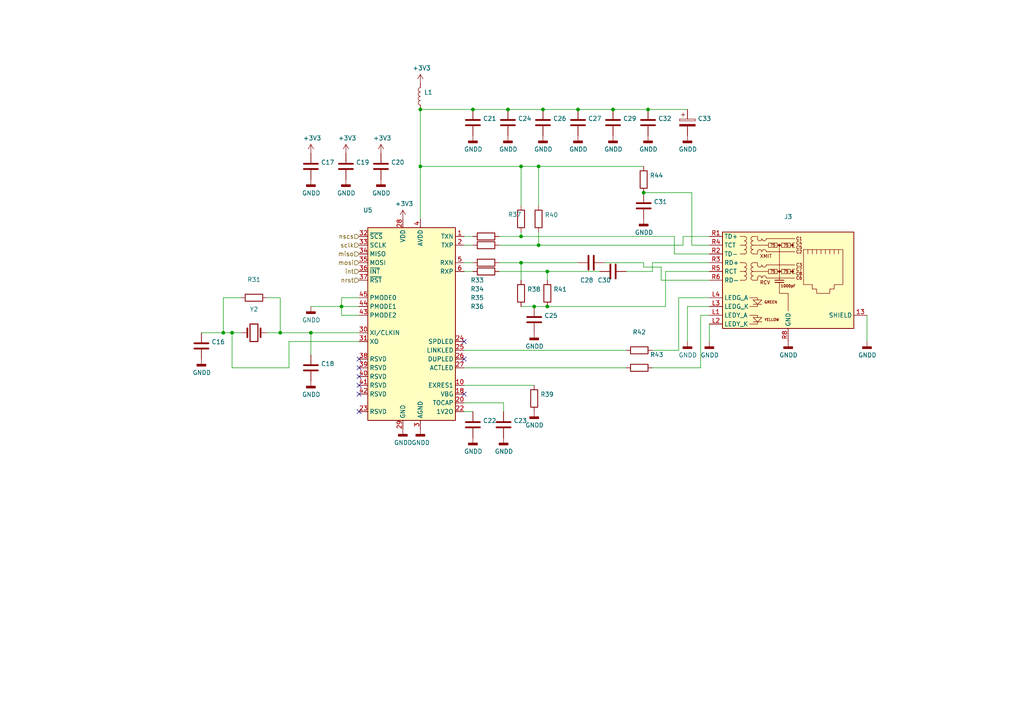
<source format=kicad_sch>
(kicad_sch (version 20211123) (generator eeschema)
  (paper "A4")
  (lib_symbols
    (symbol "Connector:RJ45_Amphenol_RJMG1BD3B8K1ANR"
      (property "Reference" "J" (at 19.05 15.24 0))
      (property "Value" "RJ45_Amphenol_RJMG1BD3B8K1ANR" (at -19.05 15.24 0))
      (symbol "RJ45_Amphenol_RJMG1BD3B8K1ANR_0_0"
        (circle (center -2.54 2.54) (radius 0.254) (stroke (width 0.254)) (fill (type outline)))
        (circle (center -2.54 10.16) (radius 0.254) (stroke (width 0.254)) (fill (type outline)))
        (polyline (pts (xy -7.62 -12.065) (xy -10.16 -12.065)))
        (polyline (pts (xy -7.62 -6.985) (xy -10.16 -6.985)))
        (polyline (pts (xy -2.54 10.16) (xy -2.54 0)))
        (polyline (pts (xy -1.27 -0.635) (xy -3.81 -0.635)) (stroke (width 0.254)))
        (polyline (pts (xy -1.27 0) (xy -3.81 0)) (stroke (width 0.254)))
        (polyline (pts (xy 1.27 2.54) (xy 0.635 2.54)))
        (polyline (pts (xy 1.27 10.16) (xy 0.635 10.16)))
        (polyline (pts (xy -11.176 -12.7) (xy -8.89 -12.7) (xy -8.89 -12.065)))
        (polyline (pts (xy -11.176 -10.16) (xy -8.89 -10.16) (xy -8.89 -10.795)))
        (polyline (pts (xy -11.176 -5.08) (xy -8.89 -5.08) (xy -8.89 -5.715)))
        (polyline (pts (xy -8.89 -6.985) (xy -8.89 -7.62) (xy -11.176 -7.62)))
        (polyline (pts (xy -10.16 -5.715) (xy -7.62 -5.715) (xy -8.89 -6.985) (xy -10.16 -5.715)))
        (polyline (pts (xy -7.62 -10.795) (xy -10.16 -10.795) (xy -8.89 -12.065) (xy -7.62 -10.795)))
        (polyline (pts (xy -2.54 -0.635) (xy -2.54 -3.81) (xy 0 -3.81) (xy 0 -8.89)))
        (polyline (pts (xy 1.905 3.175) (xy 1.27 3.175) (xy 1.27 1.905) (xy 1.905 1.905)))
        (polyline (pts (xy 1.905 10.795) (xy 1.27 10.795) (xy 1.27 9.525) (xy 1.905 9.525)))
        (circle (center 1.27 2.54) (radius 0.254) (stroke (width 0.254)) (fill (type outline)))
        (circle (center 1.27 10.16) (radius 0.254) (stroke (width 0.254)) (fill (type outline)))
        (text "1000pF" (at 0 -1.651 0) (effects (font (size 0.762 0.762))))
        (text "75" (at -4.445 2.54 0) (effects (font (size 0.762 0.762))))
        (text "75" (at -4.445 10.16 0) (effects (font (size 0.762 0.762))))
        (text "75" (at -0.635 2.54 0) (effects (font (size 0.762 0.762))))
        (text "75" (at -0.635 10.16 0) (effects (font (size 0.762 0.762))))
        (text "C1" (at 3.175 12.065 0) (effects (font (size 0.889 0.889))))
        (text "C2" (at 3.175 8.255 0) (effects (font (size 0.889 0.889))))
        (text "C3" (at 3.175 4.445 0) (effects (font (size 0.889 0.889))))
        (text "C4" (at 3.175 10.795 0) (effects (font (size 0.889 0.889))))
        (text "C5" (at 3.175 9.525 0) (effects (font (size 0.889 0.889))))
        (text "C6" (at 3.175 0.635 0) (effects (font (size 0.889 0.889))))
        (text "C7" (at 3.175 3.175 0) (effects (font (size 0.889 0.889))))
        (text "C8" (at 3.175 1.905 0) (effects (font (size 0.889 0.889))))
        (text "GREEN" (at -6.985 -6.35 0) (effects (font (size 0.762 0.762)) (justify left)))
        (text "RCV" (at -8.255 -0.635 0) (effects (font (size 1.016 1.016)) (justify left)))
        (text "XMIT" (at -8.255 6.985 0) (effects (font (size 1.016 1.016)) (justify left)))
        (text "YELLOW" (at -6.985 -11.43 0) (effects (font (size 0.762 0.762)) (justify left)))
      )
      (symbol "RJ45_Amphenol_RJMG1BD3B8K1ANR_0_1"
        (rectangle (start -19.05 -13.97) (end 19.05 13.97) (stroke (width 0.254)) (fill (type background)))
        (arc (start -12.7 0) (mid -12.065 0.635) (end -12.7 1.27))
        (arc (start -12.7 1.27) (mid -12.065 1.905) (end -12.7 2.54))
        (arc (start -12.7 2.54) (mid -12.065 3.175) (end -12.7 3.81))
        (arc (start -12.7 3.81) (mid -12.065 4.445) (end -12.7 5.08))
        (arc (start -12.7 7.62) (mid -12.065 8.255) (end -12.7 8.89))
        (arc (start -12.7 8.89) (mid -12.065 9.525) (end -12.7 10.16))
        (arc (start -12.7 10.16) (mid -12.065 10.795) (end -12.7 11.43))
        (arc (start -12.7 11.43) (mid -12.065 12.065) (end -12.7 12.7))
        (arc (start -10.16 1.27) (mid -10.795 0.635) (end -10.16 0))
        (arc (start -10.16 2.54) (mid -10.795 1.905) (end -10.16 1.27))
        (arc (start -10.16 3.81) (mid -10.795 3.175) (end -10.16 2.54))
        (arc (start -10.16 5.08) (mid -10.795 4.445) (end -10.16 3.81))
        (arc (start -10.16 8.89) (mid -10.795 8.255) (end -10.16 7.62))
        (arc (start -10.16 10.16) (mid -10.795 9.525) (end -10.16 8.89))
        (arc (start -10.16 11.43) (mid -10.795 10.795) (end -10.16 10.16))
        (arc (start -10.16 12.7) (mid -10.795 12.065) (end -10.16 11.43))
        (arc (start -8.89 4.445) (mid -8.255 3.81) (end -7.62 4.445))
        (arc (start -8.89 12.065) (mid -8.255 11.43) (end -7.62 12.065))
        (arc (start -7.62 0.635) (mid -8.255 1.27) (end -8.89 0.635))
        (arc (start -7.62 4.445) (mid -6.985 3.81) (end -6.35 4.445))
        (arc (start -7.62 8.255) (mid -8.255 8.89) (end -8.89 8.255))
        (arc (start -7.62 12.065) (mid -6.985 11.43) (end -6.35 12.065))
        (arc (start -6.35 0.635) (mid -6.985 1.27) (end -7.62 0.635))
        (arc (start -6.35 8.255) (mid -6.985 8.89) (end -7.62 8.255))
        (rectangle (start -5.715 3.175) (end -3.175 1.905))
        (rectangle (start -5.715 10.795) (end -3.175 9.525))
        (rectangle (start -1.905 3.175) (end 0.635 1.905))
        (rectangle (start -1.905 10.795) (end 0.635 9.525))
        (polyline (pts (xy -12.7 0) (xy -13.97 0)))
        (polyline (pts (xy -12.7 2.54) (xy -13.97 2.54)))
        (polyline (pts (xy -12.7 5.08) (xy -13.97 5.08)))
        (polyline (pts (xy -12.7 7.62) (xy -13.97 7.62)))
        (polyline (pts (xy -12.7 10.16) (xy -13.97 10.16)))
        (polyline (pts (xy -12.7 12.7) (xy -13.97 12.7)))
        (polyline (pts (xy -6.35 0.635) (xy 1.905 0.635)))
        (polyline (pts (xy -6.35 4.445) (xy 1.905 4.445)))
        (polyline (pts (xy -6.35 8.255) (xy 1.905 8.255)))
        (polyline (pts (xy -6.35 12.065) (xy 1.905 12.065)))
        (polyline (pts (xy -5.715 2.54) (xy -10.16 2.54)))
        (polyline (pts (xy -5.715 10.16) (xy -10.16 10.16)))
        (polyline (pts (xy -3.175 2.54) (xy -1.905 2.54)))
        (polyline (pts (xy -3.175 10.16) (xy -1.905 10.16)))
        (polyline (pts (xy 5.715 7.62) (xy 5.715 8.89)))
        (polyline (pts (xy 6.985 8.89) (xy 6.985 7.62)))
        (polyline (pts (xy 8.255 8.89) (xy 8.255 7.62)))
        (polyline (pts (xy 9.525 8.89) (xy 9.525 7.62)))
        (polyline (pts (xy 10.795 8.89) (xy 10.795 7.62)))
        (polyline (pts (xy 12.065 8.89) (xy 12.065 7.62)))
        (polyline (pts (xy 13.335 7.62) (xy 13.335 8.89)))
        (polyline (pts (xy 14.605 7.62) (xy 14.605 8.89)))
        (polyline (pts (xy -10.16 5.08) (xy -8.89 5.08) (xy -8.89 4.445)))
        (polyline (pts (xy -10.16 12.7) (xy -8.89 12.7) (xy -8.89 12.065)))
        (polyline (pts (xy -8.89 0.635) (xy -8.89 0) (xy -10.16 0)))
        (polyline (pts (xy -8.89 8.255) (xy -8.89 7.62) (xy -10.16 7.62)))
        (polyline (pts (xy 4.445 8.89) (xy 15.875 8.89) (xy 15.875 -1.27) (xy 13.335 -1.27) (xy 13.335 -2.54) (xy 12.065 -2.54) (xy 12.065 -3.81) (xy 8.255 -3.81) (xy 8.255 -2.54) (xy 6.985 -2.54) (xy 6.985 -1.27) (xy 4.445 -1.27) (xy 4.445 8.89)))
      )
      (symbol "RJ45_Amphenol_RJMG1BD3B8K1ANR_1_1"
        (pin passive line (at 22.86 -10.16 180) (length 3.81) (name "SHIELD") (number "13"))
        (pin passive line (at -22.86 -10.16 0) (length 3.81) (name "LEDY_A") (number "L1"))
        (pin passive line (at -22.86 -12.7 0) (length 3.81) (name "LEDY_K") (number "L2"))
        (pin passive line (at -22.86 -7.62 0) (length 3.81) (name "LEDG_K") (number "L3"))
        (pin passive line (at -22.86 -5.08 0) (length 3.81) (name "LEDG_A") (number "L4"))
        (pin passive line (at -22.86 12.7 0) (length 3.81) (name "TD+") (number "R1"))
        (pin passive line (at -22.86 7.62 0) (length 3.81) (name "TD-") (number "R2"))
        (pin passive line (at -22.86 5.08 0) (length 3.81) (name "RD+") (number "R3"))
        (pin passive line (at -22.86 10.16 0) (length 3.81) (name "TCT") (number "R4"))
        (pin passive line (at -22.86 2.54 0) (length 3.81) (name "RCT") (number "R5"))
        (pin passive line (at -22.86 0 0) (length 3.81) (name "RD-") (number "R6"))
        (pin no_connect line (at 5.08 -5.08 0) (length 0) hide (name "NC") (number "R7"))
        (pin power_in line (at 0 -17.78 90) (length 3.81) (name "GND") (number "R8"))
      )
    )
    (symbol "Device:C" (pin_numbers hide) (pin_names (offset 0.254))
      (property "Reference" "C" (at 0.635 2.54 0))
      (property "Value" "C" (at 0.635 -2.54 0))
      (symbol "C_0_1"
        (polyline (pts (xy -2.032 -0.762) (xy 2.032 -0.762)) (stroke (width 0.508)))
        (polyline (pts (xy -2.032 0.762) (xy 2.032 0.762)) (stroke (width 0.508)))
      )
      (symbol "C_1_1"
        (pin passive line (at 0 3.81 270) (length 2.794) (name "~") (number "1"))
        (pin passive line (at 0 -3.81 90) (length 2.794) (name "~") (number "2"))
      )
    )
    (symbol "Device:C_Polarized" (pin_numbers hide) (pin_names (offset 0.254))
      (property "Reference" "C" (at 0.635 2.54 0))
      (property "Value" "C_Polarized" (at 0.635 -2.54 0))
      (symbol "C_Polarized_0_1"
        (rectangle (start -2.286 0.508) (end 2.286 1.016))
        (polyline (pts (xy -1.778 2.286) (xy -0.762 2.286)))
        (polyline (pts (xy -1.27 2.794) (xy -1.27 1.778)))
        (rectangle (start 2.286 -0.508) (end -2.286 -1.016) (fill (type outline)))
      )
      (symbol "C_Polarized_1_1"
        (pin passive line (at 0 3.81 270) (length 2.794) (name "~") (number "1"))
        (pin passive line (at 0 -3.81 90) (length 2.794) (name "~") (number "2"))
      )
    )
    (symbol "Device:Crystal" (pin_numbers hide) (pin_names (offset 1.016) hide)
      (property "Reference" "Y" (at 0 3.81 0))
      (property "Value" "Crystal" (at 0 -3.81 0))
      (symbol "Crystal_0_1"
        (rectangle (start -1.143 2.54) (end 1.143 -2.54) (stroke (width 0.3048)))
        (polyline (pts (xy -2.54 0) (xy -1.905 0)))
        (polyline (pts (xy -1.905 -1.27) (xy -1.905 1.27)) (stroke (width 0.508)))
        (polyline (pts (xy 1.905 -1.27) (xy 1.905 1.27)) (stroke (width 0.508)))
        (polyline (pts (xy 2.54 0) (xy 1.905 0)))
      )
      (symbol "Crystal_1_1"
        (pin passive line (at -3.81 0 0) (length 1.27) (name "1") (number "1"))
        (pin passive line (at 3.81 0 180) (length 1.27) (name "2") (number "2"))
      )
    )
    (symbol "Device:L" (pin_numbers hide) (pin_names (offset 1.016) hide)
      (property "Reference" "L" (at -1.27 0 90))
      (property "Value" "L" (at 1.905 0 90))
      (symbol "L_0_1"
        (arc (start 0 -2.54) (mid 0.635 -1.905) (end 0 -1.27))
        (arc (start 0 -1.27) (mid 0.635 -0.635) (end 0 0))
        (arc (start 0 0) (mid 0.635 0.635) (end 0 1.27))
        (arc (start 0 1.27) (mid 0.635 1.905) (end 0 2.54))
      )
      (symbol "L_1_1"
        (pin passive line (at 0 3.81 270) (length 1.27) (name "1") (number "1"))
        (pin passive line (at 0 -3.81 90) (length 1.27) (name "2") (number "2"))
      )
    )
    (symbol "Device:R" (pin_numbers hide) (pin_names (offset 0))
      (property "Reference" "R" (at 2.032 0 90))
      (property "Value" "R" (at 0 0 90))
      (symbol "R_0_1"
        (rectangle (start -1.016 -2.54) (end 1.016 2.54) (stroke (width 0.254)))
      )
      (symbol "R_1_1"
        (pin passive line (at 0 3.81 270) (length 1.27) (name "~") (number "1"))
        (pin passive line (at 0 -3.81 90) (length 1.27) (name "~") (number "2"))
      )
    )
    (symbol "Interface_Ethernet:W5500"
      (property "Reference" "U" (at -11.43 29.21 0))
      (property "Value" "W5500" (at 8.89 29.21 0))
      (symbol "W5500_0_1"
        (rectangle (start -12.7 27.94) (end 12.7 -27.94) (stroke (width 0.254)) (fill (type background)))
      )
      (symbol "W5500_1_1"
        (pin output line (at 15.24 25.4 180) (length 2.54) (name "TXN") (number "1"))
        (pin passive line (at 15.24 -17.78 180) (length 2.54) (name "EXRES1") (number "10"))
        (pin passive line (at 2.54 30.48 270) (length 2.54) hide (name "AVDD") (number "11"))
        (pin no_connect line (at 12.7 7.62 180) (length 2.54) hide (name "NC") (number "12"))
        (pin no_connect line (at 12.7 5.08 180) (length 2.54) hide (name "NC") (number "13"))
        (pin passive line (at 2.54 -30.48 90) (length 2.54) hide (name "AGND") (number "14"))
        (pin passive line (at 2.54 30.48 270) (length 2.54) hide (name "AVDD") (number "15"))
        (pin passive line (at 2.54 -30.48 90) (length 2.54) hide (name "AGND") (number "16"))
        (pin passive line (at 2.54 30.48 270) (length 2.54) hide (name "AVDD") (number "17"))
        (pin passive line (at 15.24 -20.32 180) (length 2.54) (name "VBG") (number "18"))
        (pin passive line (at 2.54 -30.48 90) (length 2.54) hide (name "AGND") (number "19"))
        (pin output line (at 15.24 22.86 180) (length 2.54) (name "TXP") (number "2"))
        (pin passive line (at 15.24 -22.86 180) (length 2.54) (name "TOCAP") (number "20"))
        (pin passive line (at 2.54 30.48 270) (length 2.54) hide (name "AVDD") (number "21"))
        (pin output line (at 15.24 -25.4 180) (length 2.54) (name "1V2O") (number "22"))
        (pin input line (at -15.24 -25.4 0) (length 2.54) (name "RSVD") (number "23"))
        (pin output line (at 15.24 -5.08 180) (length 2.54) (name "SPDLED") (number "24"))
        (pin output line (at 15.24 -7.62 180) (length 2.54) (name "LINKLED") (number "25"))
        (pin output line (at 15.24 -10.16 180) (length 2.54) (name "DUPLED") (number "26"))
        (pin output line (at 15.24 -12.7 180) (length 2.54) (name "ACTLED") (number "27"))
        (pin power_in line (at -2.54 30.48 270) (length 2.54) (name "VDD") (number "28"))
        (pin power_in line (at -2.54 -30.48 90) (length 2.54) (name "GND") (number "29"))
        (pin power_in line (at 2.54 -30.48 90) (length 2.54) (name "AGND") (number "3"))
        (pin input line (at -15.24 -2.54 0) (length 2.54) (name "XI/CLKIN") (number "30"))
        (pin output line (at -15.24 -5.08 0) (length 2.54) (name "XO") (number "31"))
        (pin input line (at -15.24 25.4 0) (length 2.54) (name "~{SCS}") (number "32"))
        (pin input line (at -15.24 22.86 0) (length 2.54) (name "SCLK") (number "33"))
        (pin output line (at -15.24 20.32 0) (length 2.54) (name "MISO") (number "34"))
        (pin input line (at -15.24 17.78 0) (length 2.54) (name "MOSI") (number "35"))
        (pin input line (at -15.24 15.24 0) (length 2.54) (name "~{INT}") (number "36"))
        (pin input line (at -15.24 12.7 0) (length 2.54) (name "~{RST}") (number "37"))
        (pin input line (at -15.24 -10.16 0) (length 2.54) (name "RSVD") (number "38"))
        (pin input line (at -15.24 -12.7 0) (length 2.54) (name "RSVD") (number "39"))
        (pin power_in line (at 2.54 30.48 270) (length 2.54) (name "AVDD") (number "4"))
        (pin input line (at -15.24 -15.24 0) (length 2.54) (name "RSVD") (number "40"))
        (pin input line (at -15.24 -17.78 0) (length 2.54) (name "RSVD") (number "41"))
        (pin input line (at -15.24 -20.32 0) (length 2.54) (name "RSVD") (number "42"))
        (pin input line (at -15.24 2.54 0) (length 2.54) (name "PMODE2") (number "43"))
        (pin input line (at -15.24 5.08 0) (length 2.54) (name "PMODE1") (number "44"))
        (pin input line (at -15.24 7.62 0) (length 2.54) (name "PMODE0") (number "45"))
        (pin no_connect line (at 12.7 2.54 180) (length 2.54) hide (name "NC") (number "46"))
        (pin no_connect line (at 12.7 0 180) (length 2.54) hide (name "NC") (number "47"))
        (pin passive line (at 2.54 -30.48 90) (length 2.54) hide (name "AGND") (number "48"))
        (pin input line (at 15.24 17.78 180) (length 2.54) (name "RXN") (number "5"))
        (pin input line (at 15.24 15.24 180) (length 2.54) (name "RXP") (number "6"))
        (pin no_connect line (at 12.7 10.16 180) (length 2.54) hide (name "DNC") (number "7"))
        (pin passive line (at 2.54 30.48 270) (length 2.54) hide (name "AVDD") (number "8"))
        (pin passive line (at 2.54 -30.48 90) (length 2.54) hide (name "AGND") (number "9"))
      )
    )
    (symbol "power:+3.3V" (power) (pin_names (offset 0))
      (property "Value" "+3.3V" (at 0 3.556 0))
      (symbol "+3.3V_0_1"
        (polyline (pts (xy -0.762 1.27) (xy 0 2.54)))
        (polyline (pts (xy 0 0) (xy 0 2.54)))
        (polyline (pts (xy 0 2.54) (xy 0.762 1.27)))
      )
      (symbol "+3.3V_1_1"
        (pin power_in line (at 0 0 90) (length 0) hide (name "+3V3") (number "1"))
      )
    )
    (symbol "power:GNDD" (power) (pin_names (offset 0))
      (property "Value" "GNDD" (at 0 -3.175 0))
      (symbol "GNDD_0_1"
        (rectangle (start -1.27 -1.524) (end 1.27 -2.032) (stroke (width 0.254)) (fill (type outline)))
        (polyline (pts (xy 0 0) (xy 0 -1.524)))
      )
      (symbol "GNDD_1_1"
        (pin power_in line (at 0 0 270) (length 0) hide (name "GNDD") (number "1"))
      )
    )
  )
  (junction (at 158.75 78.74))
  (junction (at 137.16 31.75))
  (junction (at 186.69 55.88))
  (junction (at 151.13 48.26))
  (junction (at 151.13 76.2))
  (junction (at 67.31 96.52))
  (junction (at 167.64 31.75))
  (junction (at 187.96 31.75))
  (junction (at 156.21 48.26))
  (junction (at 81.28 96.52))
  (junction (at 121.92 48.26))
  (junction (at 177.8 31.75))
  (junction (at 157.48 31.75))
  (junction (at 147.32 31.75))
  (junction (at 64.77 96.52))
  (junction (at 99.06 88.9))
  (junction (at 121.92 31.75))
  (junction (at 154.94 88.9))
  (junction (at 90.17 96.52))
  (junction (at 156.21 71.12))
  (junction (at 151.13 68.58))
  (junction (at 158.75 88.9))
  (no_connect (at 134.62 114.3))
  (no_connect (at 104.14 119.38))
  (no_connect (at 104.14 111.76))
  (no_connect (at 134.62 99.06))
  (no_connect (at 104.14 106.68))
  (no_connect (at 134.62 104.14))
  (no_connect (at 104.14 104.14))
  (no_connect (at 104.14 109.22))
  (no_connect (at 104.14 114.3))
  (wire (pts (xy 158.75 81.28) (xy 158.75 78.74)))
  (wire (pts (xy 144.78 71.12) (xy 156.21 71.12)))
  (wire (pts (xy 186.69 48.26) (xy 156.21 48.26)))
  (wire (pts (xy 200.66 71.12) (xy 200.66 55.88)))
  (wire (pts (xy 151.13 68.58) (xy 151.13 67.31)))
  (wire (pts (xy 134.62 106.68) (xy 181.61 106.68)))
  (wire (pts (xy 90.17 96.52) (xy 104.14 96.52)))
  (wire (pts (xy 157.48 31.75) (xy 147.32 31.75)))
  (wire (pts (xy 195.58 68.58) (xy 195.58 73.66)))
  (wire (pts (xy 189.23 76.2) (xy 205.74 76.2)))
  (wire (pts (xy 186.69 77.47) (xy 186.69 76.2)))
  (wire (pts (xy 187.96 31.75) (xy 177.8 31.75)))
  (wire (pts (xy 181.61 78.74) (xy 189.23 78.74)))
  (wire (pts (xy 99.06 88.9) (xy 99.06 91.44)))
  (wire (pts (xy 81.28 96.52) (xy 90.17 96.52)))
  (wire (pts (xy 177.8 31.75) (xy 167.64 31.75)))
  (wire (pts (xy 203.2 91.44) (xy 203.2 106.68)))
  (wire (pts (xy 64.77 96.52) (xy 67.31 96.52)))
  (wire (pts (xy 69.85 86.36) (xy 64.77 86.36)))
  (wire (pts (xy 83.82 106.68) (xy 67.31 106.68)))
  (wire (pts (xy 151.13 88.9) (xy 154.94 88.9)))
  (wire (pts (xy 134.62 116.84) (xy 146.05 116.84)))
  (wire (pts (xy 191.77 81.28) (xy 191.77 77.47)))
  (wire (pts (xy 144.78 76.2) (xy 151.13 76.2)))
  (wire (pts (xy 156.21 59.69) (xy 156.21 48.26)))
  (wire (pts (xy 156.21 71.12) (xy 156.21 67.31)))
  (wire (pts (xy 77.47 96.52) (xy 81.28 96.52)))
  (wire (pts (xy 205.74 81.28) (xy 191.77 81.28)))
  (wire (pts (xy 83.82 99.06) (xy 104.14 99.06)))
  (wire (pts (xy 195.58 73.66) (xy 205.74 73.66)))
  (wire (pts (xy 134.62 111.76) (xy 154.94 111.76)))
  (wire (pts (xy 67.31 106.68) (xy 67.31 96.52)))
  (wire (pts (xy 134.62 71.12) (xy 137.16 71.12)))
  (wire (pts (xy 196.85 101.6) (xy 189.23 101.6)))
  (wire (pts (xy 175.26 76.2) (xy 186.69 76.2)))
  (wire (pts (xy 134.62 68.58) (xy 137.16 68.58)))
  (wire (pts (xy 99.06 88.9) (xy 104.14 88.9)))
  (wire (pts (xy 83.82 99.06) (xy 83.82 106.68)))
  (wire (pts (xy 134.62 78.74) (xy 137.16 78.74)))
  (wire (pts (xy 203.2 106.68) (xy 189.23 106.68)))
  (wire (pts (xy 90.17 102.87) (xy 90.17 96.52)))
  (wire (pts (xy 189.23 78.74) (xy 189.23 76.2)))
  (wire (pts (xy 104.14 86.36) (xy 99.06 86.36)))
  (wire (pts (xy 121.92 31.75) (xy 121.92 48.26)))
  (wire (pts (xy 151.13 59.69) (xy 151.13 48.26)))
  (wire (pts (xy 193.04 88.9) (xy 193.04 78.74)))
  (wire (pts (xy 191.77 77.47) (xy 186.69 77.47)))
  (wire (pts (xy 200.66 55.88) (xy 186.69 55.88)))
  (wire (pts (xy 81.28 86.36) (xy 81.28 96.52)))
  (wire (pts (xy 134.62 76.2) (xy 137.16 76.2)))
  (wire (pts (xy 198.12 71.12) (xy 198.12 68.58)))
  (wire (pts (xy 205.74 91.44) (xy 203.2 91.44)))
  (wire (pts (xy 77.47 86.36) (xy 81.28 86.36)))
  (wire (pts (xy 99.06 86.36) (xy 99.06 88.9)))
  (wire (pts (xy 151.13 76.2) (xy 167.64 76.2)))
  (wire (pts (xy 205.74 93.98) (xy 205.74 99.06)))
  (wire (pts (xy 158.75 88.9) (xy 193.04 88.9)))
  (wire (pts (xy 121.92 48.26) (xy 121.92 63.5)))
  (wire (pts (xy 90.17 88.9) (xy 99.06 88.9)))
  (wire (pts (xy 64.77 86.36) (xy 64.77 96.52)))
  (wire (pts (xy 121.92 48.26) (xy 151.13 48.26)))
  (wire (pts (xy 154.94 88.9) (xy 158.75 88.9)))
  (wire (pts (xy 134.62 101.6) (xy 181.61 101.6)))
  (wire (pts (xy 205.74 88.9) (xy 199.39 88.9)))
  (wire (pts (xy 199.39 31.75) (xy 187.96 31.75)))
  (wire (pts (xy 199.39 88.9) (xy 199.39 99.06)))
  (wire (pts (xy 151.13 48.26) (xy 156.21 48.26)))
  (wire (pts (xy 134.62 119.38) (xy 137.16 119.38)))
  (wire (pts (xy 67.31 96.52) (xy 69.85 96.52)))
  (wire (pts (xy 158.75 78.74) (xy 173.99 78.74)))
  (wire (pts (xy 167.64 31.75) (xy 157.48 31.75)))
  (wire (pts (xy 144.78 68.58) (xy 151.13 68.58)))
  (wire (pts (xy 151.13 68.58) (xy 195.58 68.58)))
  (wire (pts (xy 196.85 86.36) (xy 196.85 101.6)))
  (wire (pts (xy 144.78 78.74) (xy 158.75 78.74)))
  (wire (pts (xy 137.16 31.75) (xy 121.92 31.75)))
  (wire (pts (xy 193.04 78.74) (xy 205.74 78.74)))
  (wire (pts (xy 251.46 99.06) (xy 251.46 91.44)))
  (wire (pts (xy 156.21 71.12) (xy 198.12 71.12)))
  (wire (pts (xy 146.05 116.84) (xy 146.05 119.38)))
  (wire (pts (xy 147.32 31.75) (xy 137.16 31.75)))
  (wire (pts (xy 58.42 96.52) (xy 64.77 96.52)))
  (wire (pts (xy 151.13 81.28) (xy 151.13 76.2)))
  (wire (pts (xy 205.74 86.36) (xy 196.85 86.36)))
  (wire (pts (xy 104.14 91.44) (xy 99.06 91.44)))
  (wire (pts (xy 205.74 71.12) (xy 200.66 71.12)))
  (wire (pts (xy 198.12 68.58) (xy 205.74 68.58)))
  (hierarchical_label "nrst" (shape input) (at 104.14 81.28 180))
  (hierarchical_label "nscs" (shape input) (at 104.14 68.58 180))
  (hierarchical_label "sclk" (shape input) (at 104.14 71.12 180))
  (hierarchical_label "int" (shape input) (at 104.14 78.74 180))
  (hierarchical_label "mosi" (shape input) (at 104.14 76.2 180))
  (hierarchical_label "miso" (shape input) (at 104.14 73.66 180))
  (symbol (lib_id "Interface_Ethernet:W5500") (at 119.38 93.98 0) (unit 1)
    (property "Reference" "U5" (at 106.68 60.96 0))
    (property "Datasheet" "http://wizwiki.net/wiki/lib/exe/fetch.php/products:w5500:w5500_ds_v109e.pdf" (effects hide))
  )
  (symbol (lib_id "Device:R") (at 140.97 68.58 270) (unit 1)
    (property "Reference" "R33" (at 138.43 81.28 90))
  )
  (symbol (lib_id "Device:R") (at 140.97 71.12 270) (unit 1)
    (property "Reference" "R34" (at 138.43 83.82 90))
  )
  (symbol (lib_id "Device:R") (at 140.97 76.2 270) (unit 1)
    (property "Reference" "R35" (at 138.43 86.36 90))
  )
  (symbol (lib_id "Device:R") (at 140.97 78.74 270) (unit 1)
    (property "Reference" "R36" (at 138.43 88.9 90))
  )
  (symbol (lib_id "Device:R") (at 151.13 63.5 0) (unit 1)
    (property "Reference" "R37" (at 147.32 62.23 0) (effects (justify left)))
  )
  (symbol (lib_id "Device:R") (at 186.69 52.07 0) (unit 1)
    (property "Reference" "R44" (at 188.468 50.9016 0) (effects (justify left)))
  )
  (symbol (lib_id "Device:R") (at 156.21 63.5 0) (unit 1)
    (property "Reference" "R40" (at 157.988 62.3316 0) (effects (justify left)))
  )
  (symbol (lib_id "Device:C") (at 186.69 59.69 0) (unit 1)
    (property "Reference" "C31" (at 189.611 58.5216 0) (effects (justify left)))
  )
  (symbol (lib_id "Connector:RJ45_Amphenol_RJMG1BD3B8K1ANR") (at 228.6 81.28 0) (unit 1)
    (property "Reference" "J3" (at 228.6 62.865 0))
    (property "Datasheet" "https://www.amphenolcanada.com/ProductSearch/Drawings/AC/RJMG1BD3B8K1ANR.PDF" (effects hide))
  )
  (symbol (lib_id "Device:C") (at 171.45 76.2 270) (unit 1)
    (property "Reference" "C28" (at 170.18 81.28 90))
  )
  (symbol (lib_id "Device:C") (at 177.8 78.74 270) (unit 1)
    (property "Reference" "C30" (at 175.26 81.28 90))
  )
  (symbol (lib_id "Device:R") (at 151.13 85.09 0) (unit 1)
    (property "Reference" "R38" (at 152.908 83.9216 0) (effects (justify left)))
  )
  (symbol (lib_id "Device:R") (at 158.75 85.09 0) (unit 1)
    (property "Reference" "R41" (at 160.528 83.9216 0) (effects (justify left)))
  )
  (symbol (lib_id "Device:C") (at 154.94 92.71 0) (unit 1)
    (property "Reference" "C25" (at 157.861 91.5416 0) (effects (justify left)))
  )
  (symbol (lib_id "Device:C") (at 137.16 35.56 0) (unit 1)
    (property "Reference" "C21" (at 140.081 34.3916 0) (effects (justify left)))
  )
  (symbol (lib_id "Device:C") (at 147.32 35.56 0) (unit 1)
    (property "Reference" "C24" (at 150.241 34.3916 0) (effects (justify left)))
  )
  (symbol (lib_id "Device:C") (at 157.48 35.56 0) (unit 1)
    (property "Reference" "C26" (at 160.401 34.3916 0) (effects (justify left)))
  )
  (symbol (lib_id "Device:C") (at 167.64 35.56 0) (unit 1)
    (property "Reference" "C27" (at 170.561 34.3916 0) (effects (justify left)))
  )
  (symbol (lib_id "Device:C") (at 177.8 35.56 0) (unit 1)
    (property "Reference" "C29" (at 180.721 34.3916 0) (effects (justify left)))
  )
  (symbol (lib_id "Device:C") (at 187.96 35.56 0) (unit 1)
    (property "Reference" "C32" (at 190.881 34.3916 0) (effects (justify left)))
  )
  (symbol (lib_id "Device:C_Polarized") (at 199.39 35.56 0) (unit 1)
    (property "Reference" "C33" (at 202.3872 34.3916 0) (effects (justify left)))
  )
  (symbol (lib_id "power:GNDD") (at 186.69 63.5 0) (unit 1)
    (property "Reference" "#PWR083" (effects hide))
  )
  (symbol (lib_id "power:GNDD") (at 154.94 96.52 0) (unit 1)
    (property "Reference" "#PWR078" (effects hide))
  )
  (symbol (lib_id "power:GNDD") (at 137.16 39.37 0) (unit 1)
    (property "Reference" "#PWR074" (effects hide))
  )
  (symbol (lib_id "power:GNDD") (at 147.32 39.37 0) (unit 1)
    (property "Reference" "#PWR077" (effects hide))
  )
  (symbol (lib_id "power:GNDD") (at 157.48 39.37 0) (unit 1)
    (property "Reference" "#PWR080" (effects hide))
  )
  (symbol (lib_id "power:GNDD") (at 167.64 39.37 0) (unit 1)
    (property "Reference" "#PWR081" (effects hide))
  )
  (symbol (lib_id "power:GNDD") (at 177.8 39.37 0) (unit 1)
    (property "Reference" "#PWR082" (effects hide))
  )
  (symbol (lib_id "power:GNDD") (at 187.96 39.37 0) (unit 1)
    (property "Reference" "#PWR084" (effects hide))
  )
  (symbol (lib_id "power:GNDD") (at 199.39 39.37 0) (unit 1)
    (property "Reference" "#PWR085" (effects hide))
  )
  (symbol (lib_id "Device:L") (at 121.92 27.94 180) (unit 1)
    (property "Reference" "L1" (at 123.0122 26.7716 0) (effects (justify right)))
  )
  (symbol (lib_id "power:GNDD") (at 205.74 99.06 0) (unit 1)
    (property "Reference" "#PWR087" (effects hide))
  )
  (symbol (lib_id "power:GNDD") (at 199.39 99.06 0) (unit 1)
    (property "Reference" "#PWR086" (effects hide))
  )
  (symbol (lib_id "Device:C") (at 90.17 106.68 0) (unit 1)
    (property "Reference" "C18" (at 93.091 105.5116 0) (effects (justify left)))
  )
  (symbol (lib_id "power:GNDD") (at 90.17 110.49 0) (unit 1)
    (property "Reference" "#PWR065" (effects hide))
  )
  (symbol (lib_id "Device:C") (at 58.42 100.33 0) (unit 1)
    (property "Reference" "C16" (at 61.341 99.1616 0) (effects (justify left)))
  )
  (symbol (lib_id "Device:R") (at 185.42 101.6 270) (unit 1)
    (property "Reference" "R42" (at 185.42 96.3422 90))
  )
  (symbol (lib_id "Device:R") (at 185.42 106.68 270) (unit 1)
    (property "Reference" "R43" (at 190.5 102.87 90))
  )
  (symbol (lib_id "power:GNDD") (at 58.42 104.14 0) (unit 1)
    (property "Reference" "#PWR060" (effects hide))
  )
  (symbol (lib_id "Device:R") (at 73.66 86.36 270) (unit 1)
    (property "Reference" "R31" (at 73.66 81.1022 90))
  )
  (symbol (lib_id "Device:R") (at 154.94 115.57 0) (unit 1)
    (property "Reference" "R39" (at 156.718 114.4016 0) (effects (justify left)))
  )
  (symbol (lib_id "power:GNDD") (at 154.94 119.38 0) (unit 1)
    (property "Reference" "#PWR079" (effects hide))
  )
  (symbol (lib_id "Device:C") (at 137.16 123.19 0) (unit 1)
    (property "Reference" "C22" (at 140.081 122.0216 0) (effects (justify left)))
  )
  (symbol (lib_id "Device:C") (at 146.05 123.19 0) (unit 1)
    (property "Reference" "C23" (at 148.971 122.0216 0) (effects (justify left)))
  )
  (symbol (lib_id "power:GNDD") (at 137.16 127 0) (unit 1)
    (property "Reference" "#PWR075" (effects hide))
  )
  (symbol (lib_id "power:GNDD") (at 146.05 127 0) (unit 1)
    (property "Reference" "#PWR076" (effects hide))
  )
  (symbol (lib_id "power:GNDD") (at 121.92 124.46 0) (unit 1)
    (property "Reference" "#PWR073" (effects hide))
  )
  (symbol (lib_id "power:GNDD") (at 116.84 124.46 0) (unit 1)
    (property "Reference" "#PWR071" (effects hide))
  )
  (symbol (lib_id "power:+3.3V") (at 121.92 24.13 0) (unit 1)
    (property "Reference" "#PWR072" (effects hide))
  )
  (symbol (lib_id "power:+3.3V") (at 116.84 63.5 0) (unit 1)
    (property "Reference" "#PWR070" (effects hide))
  )
  (symbol (lib_id "power:+3.3V") (at 90.17 44.45 0) (unit 1)
    (property "Reference" "#PWR062" (effects hide))
  )
  (symbol (lib_id "power:+3.3V") (at 100.33 44.45 0) (unit 1)
    (property "Reference" "#PWR066" (effects hide))
  )
  (symbol (lib_id "power:+3.3V") (at 110.49 44.45 0) (unit 1)
    (property "Reference" "#PWR068" (effects hide))
  )
  (symbol (lib_id "Device:C") (at 90.17 48.26 0) (unit 1)
    (property "Reference" "C17" (at 93.091 47.0916 0) (effects (justify left)))
  )
  (symbol (lib_id "Device:C") (at 100.33 48.26 0) (unit 1)
    (property "Reference" "C19" (at 103.251 47.0916 0) (effects (justify left)))
  )
  (symbol (lib_id "Device:C") (at 110.49 48.26 0) (unit 1)
    (property "Reference" "C20" (at 113.411 47.0916 0) (effects (justify left)))
  )
  (symbol (lib_id "power:GNDD") (at 90.17 52.07 0) (unit 1)
    (property "Reference" "#PWR063" (effects hide))
  )
  (symbol (lib_id "power:GNDD") (at 100.33 52.07 0) (unit 1)
    (property "Reference" "#PWR067" (effects hide))
  )
  (symbol (lib_id "power:GNDD") (at 110.49 52.07 0) (unit 1)
    (property "Reference" "#PWR069" (effects hide))
  )
  (symbol (lib_id "power:GNDD") (at 251.46 99.06 0) (unit 1)
    (property "Reference" "#PWR089" (effects hide))
  )
  (symbol (lib_id "power:GNDD") (at 228.6 99.06 0) (unit 1)
    (property "Reference" "#PWR088" (effects hide))
  )
  (symbol (lib_id "Device:Crystal") (at 73.66 96.52 0) (unit 1)
    (property "Reference" "Y2" (at 73.66 89.7128 0))
  )
  (symbol (lib_id "power:GNDD") (at 90.17 88.9 0) (unit 1)
    (property "Reference" "#PWR0195" (effects hide))
  )
)
</source>
